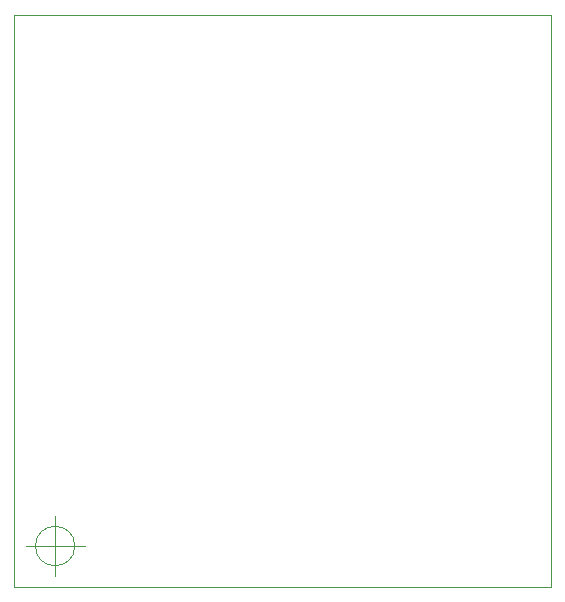
<source format=gbr>
G04 #@! TF.GenerationSoftware,KiCad,Pcbnew,(5.1.7)-1*
G04 #@! TF.CreationDate,2020-12-10T17:59:25+02:00*
G04 #@! TF.ProjectId,4_switch_array,345f7377-6974-4636-985f-61727261792e,rev?*
G04 #@! TF.SameCoordinates,Original*
G04 #@! TF.FileFunction,Profile,NP*
%FSLAX46Y46*%
G04 Gerber Fmt 4.6, Leading zero omitted, Abs format (unit mm)*
G04 Created by KiCad (PCBNEW (5.1.7)-1) date 2020-12-10 17:59:25*
%MOMM*%
%LPD*%
G01*
G04 APERTURE LIST*
G04 #@! TA.AperFunction,Profile*
%ADD10C,0.050000*%
G04 #@! TD*
G04 APERTURE END LIST*
D10*
X129166666Y-78500000D02*
G75*
G03*
X129166666Y-78500000I-1666666J0D01*
G01*
X125000000Y-78500000D02*
X130000000Y-78500000D01*
X127500000Y-76000000D02*
X127500000Y-81000000D01*
X169500000Y-82000000D02*
X124000000Y-82000000D01*
X169500000Y-33500000D02*
X169500000Y-82000000D01*
X124000000Y-33500000D02*
X169500000Y-33500000D01*
X124000000Y-82000000D02*
X124000000Y-33500000D01*
M02*

</source>
